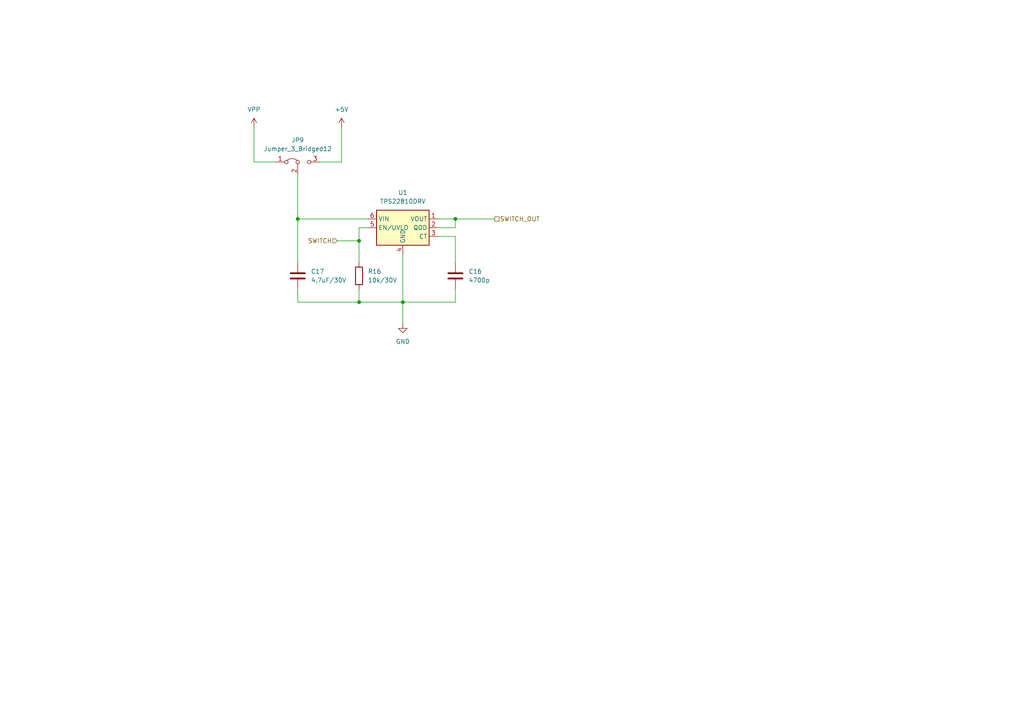
<source format=kicad_sch>
(kicad_sch (version 20230121) (generator eeschema)
  (paper "A4")
  (lib_symbols
    (symbol "Device:C" (pin_numbers hide) (pin_names (offset 0.254))
      (property "Reference" "C" (at 0.635 2.54 0))
      (property "Value" "C" (at 0.635 -2.54 0))
      (symbol "C_0_1"
        (polyline (pts (xy -2.032 -0.762) (xy 2.032 -0.762)) (stroke (width 0.508)))
        (polyline (pts (xy -2.032 0.762) (xy 2.032 0.762)) (stroke (width 0.508)))
      )
      (symbol "C_1_1"
        (pin passive line (at 0 3.81 270) (length 2.794) (name "~") (number "1"))
        (pin passive line (at 0 -3.81 90) (length 2.794) (name "~") (number "2"))
      )
    )
    (symbol "Device:R" (pin_numbers hide) (pin_names (offset 0))
      (property "Reference" "R" (at 2.032 0 90))
      (property "Value" "R" (at 0 0 90))
      (symbol "R_0_1"
        (rectangle (start -1.016 -2.54) (end 1.016 2.54) (stroke (width 0.254)))
      )
      (symbol "R_1_1"
        (pin passive line (at 0 3.81 270) (length 1.27) (name "~") (number "1"))
        (pin passive line (at 0 -3.81 90) (length 1.27) (name "~") (number "2"))
      )
    )
    (symbol "Jumper:Jumper_3_Bridged12" (pin_names (offset 0) hide)
      (property "Reference" "JP" (at -2.54 -2.54 0))
      (property "Value" "Jumper_3_Bridged12" (at 0 2.794 0))
      (symbol "Jumper_3_Bridged12_0_0"
        (circle (center -3.302 0) (radius 0.508))
        (circle (center 0 0) (radius 0.508))
        (circle (center 3.302 0) (radius 0.508))
      )
      (symbol "Jumper_3_Bridged12_0_1"
        (arc (start -0.254 0.508) (mid -1.651 0.9912) (end -3.048 0.508))
        (polyline (pts (xy 0 -1.27) (xy 0 -0.508)))
      )
      (symbol "Jumper_3_Bridged12_1_1"
        (pin passive line (at -6.35 0 0) (length 2.54) (name "A") (number "1"))
        (pin passive line (at 0 -3.81 90) (length 2.54) (name "C") (number "2"))
        (pin passive line (at 6.35 0 180) (length 2.54) (name "B") (number "3"))
      )
    )
    (symbol "Power_Management:TPS22810DRV"
      (property "Reference" "U" (at -6.35 6.35 0))
      (property "Value" "TPS22810DRV" (at 7.62 -6.35 0))
      (symbol "TPS22810DRV_1_1"
        (rectangle (start -7.62 5.08) (end 7.62 -5.08) (stroke (width 0.254)) (fill (type background)))
        (pin power_out line (at 10.16 2.54 180) (length 2.54) (name "VOUT") (number "1"))
        (pin open_collector line (at 10.16 0 180) (length 2.54) (name "QOD") (number "2"))
        (pin output line (at 10.16 -2.54 180) (length 2.54) (name "CT") (number "3"))
        (pin power_in line (at 0 -7.62 90) (length 2.54) (name "GND") (number "4"))
        (pin input line (at -10.16 0 0) (length 2.54) (name "EN/UVLO") (number "5"))
        (pin power_in line (at -10.16 2.54 0) (length 2.54) (name "VIN") (number "6"))
        (pin passive line (at 0 -7.62 90) (length 2.54) hide (name "GND") (number "7"))
      )
    )
    (symbol "power:+5V" (power) (pin_names (offset 0))
      (property "Value" "+5V" (at 0 3.556 0))
      (symbol "+5V_0_1"
        (polyline (pts (xy -0.762 1.27) (xy 0 2.54)))
        (polyline (pts (xy 0 0) (xy 0 2.54)))
        (polyline (pts (xy 0 2.54) (xy 0.762 1.27)))
      )
      (symbol "+5V_1_1"
        (pin power_in line (at 0 0 90) (length 0) hide (name "+5V") (number "1"))
      )
    )
    (symbol "power:GND" (power) (pin_names (offset 0))
      (property "Value" "GND" (at 0 -3.81 0))
      (symbol "GND_0_1"
        (polyline (pts (xy 0 0) (xy 0 -1.27) (xy 1.27 -1.27) (xy 0 -2.54) (xy -1.27 -1.27) (xy 0 -1.27)))
      )
      (symbol "GND_1_1"
        (pin power_in line (at 0 0 270) (length 0) hide (name "GND") (number "1"))
      )
    )
    (symbol "power:VPP" (power) (pin_names (offset 0))
      (property "Value" "VPP" (at 0 3.81 0))
      (symbol "VPP_0_1"
        (polyline (pts (xy -0.762 1.27) (xy 0 2.54)))
        (polyline (pts (xy 0 0) (xy 0 2.54)))
        (polyline (pts (xy 0 2.54) (xy 0.762 1.27)))
      )
      (symbol "VPP_1_1"
        (pin power_in line (at 0 0 90) (length 0) hide (name "VPP") (number "1"))
      )
    )
  )
  (junction (at 104.14 69.85))
  (junction (at 116.84 87.63))
  (junction (at 132.08 63.5))
  (junction (at 86.36 63.5))
  (junction (at 104.14 87.63))
  (wire (pts (xy 106.68 63.5) (xy 86.36 63.5)))
  (wire (pts (xy 104.14 66.04) (xy 106.68 66.04)))
  (wire (pts (xy 127 66.04) (xy 132.08 66.04)))
  (wire (pts (xy 86.36 63.5) (xy 86.36 76.2)))
  (wire (pts (xy 104.14 83.82) (xy 104.14 87.63)))
  (wire (pts (xy 132.08 63.5) (xy 127 63.5)))
  (wire (pts (xy 73.66 46.99) (xy 80.01 46.99)))
  (wire (pts (xy 99.06 46.99) (xy 92.71 46.99)))
  (wire (pts (xy 97.79 69.85) (xy 104.14 69.85)))
  (wire (pts (xy 86.36 83.82) (xy 86.36 87.63)))
  (wire (pts (xy 116.84 87.63) (xy 116.84 73.66)))
  (wire (pts (xy 86.36 87.63) (xy 104.14 87.63)))
  (wire (pts (xy 132.08 68.58) (xy 127 68.58)))
  (wire (pts (xy 132.08 76.2) (xy 132.08 68.58)))
  (wire (pts (xy 86.36 50.8) (xy 86.36 63.5)))
  (wire (pts (xy 132.08 66.04) (xy 132.08 63.5)))
  (wire (pts (xy 73.66 36.83) (xy 73.66 46.99)))
  (wire (pts (xy 104.14 87.63) (xy 116.84 87.63)))
  (wire (pts (xy 99.06 36.83) (xy 99.06 46.99)))
  (wire (pts (xy 116.84 93.98) (xy 116.84 87.63)))
  (wire (pts (xy 104.14 69.85) (xy 104.14 66.04)))
  (wire (pts (xy 132.08 83.82) (xy 132.08 87.63)))
  (wire (pts (xy 104.14 76.2) (xy 104.14 69.85)))
  (wire (pts (xy 132.08 87.63) (xy 116.84 87.63)))
  (wire (pts (xy 143.51 63.5) (xy 132.08 63.5)))
  (hierarchical_label "SWITCH_OUT" (shape passive) (at 143.51 63.5 0))
  (hierarchical_label "SWITCH" (shape input) (at 97.79 69.85 180))
  (symbol (lib_id "power:VPP") (at 73.66 36.83 0) (unit 1)
    (property "Reference" "#PWR042" (effects hide))
    (property "Value" "VPP" (at 73.66 31.75 0))
  )
  (symbol (lib_id "Power_Management:TPS22810DRV") (at 116.84 66.04 0) (unit 1)
    (property "Reference" "U1" (at 116.84 55.88 0))
    (property "Value" "TPS22810DRV" (at 116.84 58.42 0))
    (property "Footprint" "Package_SON:WSON-6-1EP_2x2mm_P0.65mm_EP1x1.6mm" (effects hide))
    (property "Datasheet" "http://www.ti.com/lit/ds/symlink/tps22810.pdf" (effects hide))
  )
  (symbol (lib_id "Device:R") (at 104.14 80.01 0) (unit 1)
    (property "Reference" "R16" (at 106.68 78.74 0) (effects (justify left)))
    (property "Value" "10k/30V" (at 106.68 81.28 0) (effects (justify left)))
    (property "Footprint" "Resistor_SMD:R_0805_2012Metric" (effects hide))
  )
  (symbol (lib_id "power:+5V") (at 99.06 36.83 0) (unit 1)
    (property "Reference" "#PWR039" (effects hide))
    (property "Value" "+5V" (at 99.06 31.75 0))
  )
  (symbol (lib_id "Jumper:Jumper_3_Bridged12") (at 86.36 46.99 0) (unit 1)
    (property "Reference" "JP9" (at 86.36 40.64 0))
    (property "Value" "Jumper_3_Bridged12" (at 86.36 43.18 0))
    (property "Footprint" "Connector_PinHeader_2.54mm:PinHeader_1x03_P2.54mm_Vertical" (effects hide))
  )
  (symbol (lib_id "Device:C") (at 132.08 80.01 0) (unit 1)
    (property "Reference" "C16" (at 135.89 78.74 0) (effects (justify left)))
    (property "Value" "4700p" (at 135.89 81.28 0) (effects (justify left)))
    (property "Footprint" "Capacitor_SMD:C_0805_2012Metric" (effects hide))
  )
  (symbol (lib_id "Device:C") (at 86.36 80.01 0) (unit 1)
    (property "Reference" "C17" (at 90.17 78.74 0) (effects (justify left)))
    (property "Value" "4.7uF/30V" (at 90.17 81.28 0) (effects (justify left)))
    (property "Footprint" "Capacitor_SMD:C_0805_2012Metric" (effects hide))
  )
  (symbol (lib_id "power:GND") (at 116.84 93.98 0) (unit 1)
    (property "Reference" "#PWR034" (effects hide))
    (property "Value" "GND" (at 116.84 99.06 0))
  )
)
</source>
